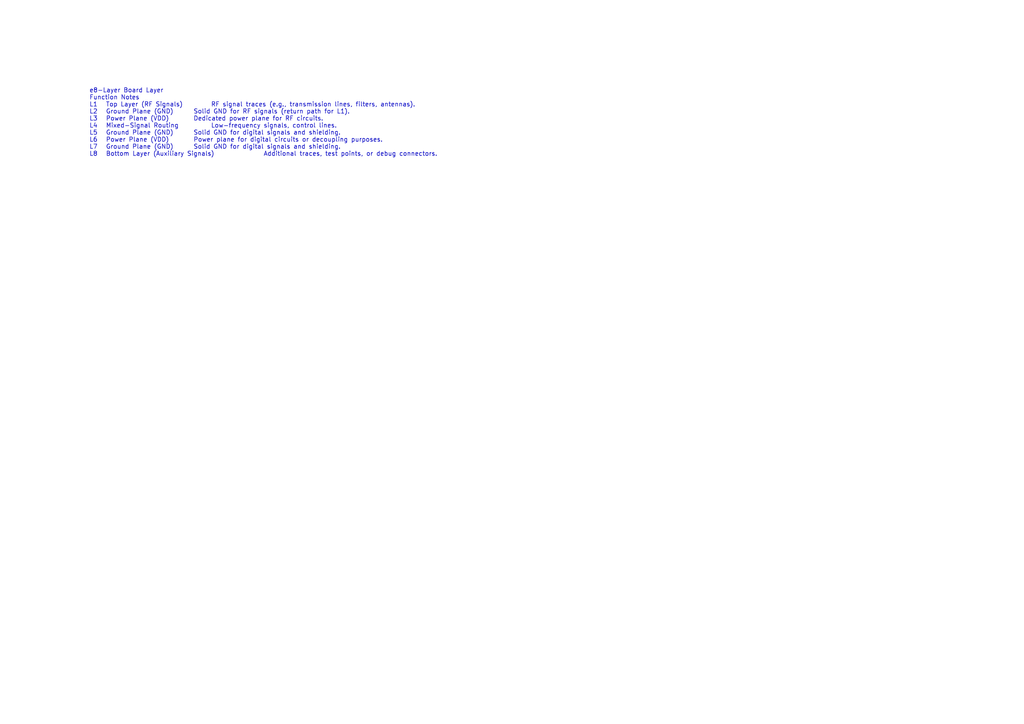
<source format=kicad_sch>
(kicad_sch
	(version 20231120)
	(generator "eeschema")
	(generator_version "8.0")
	(uuid "feeaf67f-6c8f-49ed-888f-7a3b96f4db61")
	(paper "A4")
	(lib_symbols)
	(text "e8-Layer Board Layer\nFunction Notes\nL1	Top Layer (RF Signals)	RF signal traces (e.g., transmission lines, filters, antennas).\nL2	Ground Plane (GND)	Solid GND for RF signals (return path for L1).\nL3	Power Plane (VDD)	Dedicated power plane for RF circuits.\nL4	Mixed-Signal Routing	Low-frequency signals, control lines.\nL5	Ground Plane (GND)	Solid GND for digital signals and shielding.\nL6	Power Plane (VDD)	Power plane for digital circuits or decoupling purposes.\nL7	Ground Plane (GND)	Solid GND for digital signals and shielding.\nL8	Bottom Layer (Auxiliary Signals)	Additional traces, test points, or debug connectors."
		(exclude_from_sim yes)
		(at 25.908 35.56 0)
		(effects
			(font
				(size 1.27 1.27)
			)
			(justify left)
		)
		(uuid "5ae38a52-d87f-411f-976f-99d014f76d6f")
	)
)

</source>
